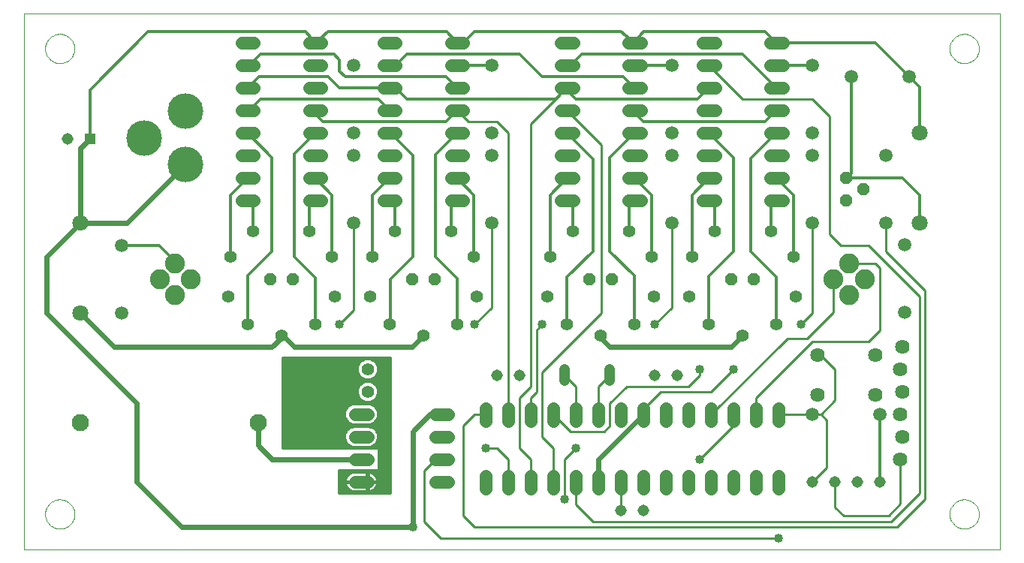
<source format=gtl>
G75*
G70*
%OFA0B0*%
%FSLAX24Y24*%
%IPPOS*%
%LPD*%
%AMOC8*
5,1,8,0,0,1.08239X$1,22.5*
%
%ADD10C,0.0000*%
%ADD11C,0.0555*%
%ADD12C,0.0560*%
%ADD13C,0.0712*%
%ADD14C,0.0480*%
%ADD15C,0.0516*%
%ADD16C,0.0640*%
%ADD17C,0.0594*%
%ADD18C,0.1580*%
%ADD19R,0.0516X0.0516*%
%ADD20OC8,0.0560*%
%ADD21C,0.0768*%
%ADD22C,0.0560*%
%ADD23C,0.0886*%
%ADD24C,0.0120*%
%ADD25C,0.0100*%
%ADD26C,0.0400*%
%ADD27C,0.0240*%
D10*
X000550Y000150D02*
X000550Y023969D01*
X043857Y023969D01*
X043857Y000150D01*
X000550Y000150D01*
X001475Y001725D02*
X001477Y001775D01*
X001483Y001825D01*
X001493Y001875D01*
X001506Y001923D01*
X001523Y001971D01*
X001544Y002017D01*
X001568Y002061D01*
X001596Y002103D01*
X001627Y002143D01*
X001661Y002180D01*
X001698Y002215D01*
X001737Y002246D01*
X001778Y002275D01*
X001822Y002300D01*
X001868Y002322D01*
X001915Y002340D01*
X001963Y002354D01*
X002012Y002365D01*
X002062Y002372D01*
X002112Y002375D01*
X002163Y002374D01*
X002213Y002369D01*
X002263Y002360D01*
X002311Y002348D01*
X002359Y002331D01*
X002405Y002311D01*
X002450Y002288D01*
X002493Y002261D01*
X002533Y002231D01*
X002571Y002198D01*
X002606Y002162D01*
X002639Y002123D01*
X002668Y002082D01*
X002694Y002039D01*
X002717Y001994D01*
X002736Y001947D01*
X002751Y001899D01*
X002763Y001850D01*
X002771Y001800D01*
X002775Y001750D01*
X002775Y001700D01*
X002771Y001650D01*
X002763Y001600D01*
X002751Y001551D01*
X002736Y001503D01*
X002717Y001456D01*
X002694Y001411D01*
X002668Y001368D01*
X002639Y001327D01*
X002606Y001288D01*
X002571Y001252D01*
X002533Y001219D01*
X002493Y001189D01*
X002450Y001162D01*
X002405Y001139D01*
X002359Y001119D01*
X002311Y001102D01*
X002263Y001090D01*
X002213Y001081D01*
X002163Y001076D01*
X002112Y001075D01*
X002062Y001078D01*
X002012Y001085D01*
X001963Y001096D01*
X001915Y001110D01*
X001868Y001128D01*
X001822Y001150D01*
X001778Y001175D01*
X001737Y001204D01*
X001698Y001235D01*
X001661Y001270D01*
X001627Y001307D01*
X001596Y001347D01*
X001568Y001389D01*
X001544Y001433D01*
X001523Y001479D01*
X001506Y001527D01*
X001493Y001575D01*
X001483Y001625D01*
X001477Y001675D01*
X001475Y001725D01*
X001475Y022394D02*
X001477Y022444D01*
X001483Y022494D01*
X001493Y022544D01*
X001506Y022592D01*
X001523Y022640D01*
X001544Y022686D01*
X001568Y022730D01*
X001596Y022772D01*
X001627Y022812D01*
X001661Y022849D01*
X001698Y022884D01*
X001737Y022915D01*
X001778Y022944D01*
X001822Y022969D01*
X001868Y022991D01*
X001915Y023009D01*
X001963Y023023D01*
X002012Y023034D01*
X002062Y023041D01*
X002112Y023044D01*
X002163Y023043D01*
X002213Y023038D01*
X002263Y023029D01*
X002311Y023017D01*
X002359Y023000D01*
X002405Y022980D01*
X002450Y022957D01*
X002493Y022930D01*
X002533Y022900D01*
X002571Y022867D01*
X002606Y022831D01*
X002639Y022792D01*
X002668Y022751D01*
X002694Y022708D01*
X002717Y022663D01*
X002736Y022616D01*
X002751Y022568D01*
X002763Y022519D01*
X002771Y022469D01*
X002775Y022419D01*
X002775Y022369D01*
X002771Y022319D01*
X002763Y022269D01*
X002751Y022220D01*
X002736Y022172D01*
X002717Y022125D01*
X002694Y022080D01*
X002668Y022037D01*
X002639Y021996D01*
X002606Y021957D01*
X002571Y021921D01*
X002533Y021888D01*
X002493Y021858D01*
X002450Y021831D01*
X002405Y021808D01*
X002359Y021788D01*
X002311Y021771D01*
X002263Y021759D01*
X002213Y021750D01*
X002163Y021745D01*
X002112Y021744D01*
X002062Y021747D01*
X002012Y021754D01*
X001963Y021765D01*
X001915Y021779D01*
X001868Y021797D01*
X001822Y021819D01*
X001778Y021844D01*
X001737Y021873D01*
X001698Y021904D01*
X001661Y021939D01*
X001627Y021976D01*
X001596Y022016D01*
X001568Y022058D01*
X001544Y022102D01*
X001523Y022148D01*
X001506Y022196D01*
X001493Y022244D01*
X001483Y022294D01*
X001477Y022344D01*
X001475Y022394D01*
X041632Y022394D02*
X041634Y022444D01*
X041640Y022494D01*
X041650Y022544D01*
X041663Y022592D01*
X041680Y022640D01*
X041701Y022686D01*
X041725Y022730D01*
X041753Y022772D01*
X041784Y022812D01*
X041818Y022849D01*
X041855Y022884D01*
X041894Y022915D01*
X041935Y022944D01*
X041979Y022969D01*
X042025Y022991D01*
X042072Y023009D01*
X042120Y023023D01*
X042169Y023034D01*
X042219Y023041D01*
X042269Y023044D01*
X042320Y023043D01*
X042370Y023038D01*
X042420Y023029D01*
X042468Y023017D01*
X042516Y023000D01*
X042562Y022980D01*
X042607Y022957D01*
X042650Y022930D01*
X042690Y022900D01*
X042728Y022867D01*
X042763Y022831D01*
X042796Y022792D01*
X042825Y022751D01*
X042851Y022708D01*
X042874Y022663D01*
X042893Y022616D01*
X042908Y022568D01*
X042920Y022519D01*
X042928Y022469D01*
X042932Y022419D01*
X042932Y022369D01*
X042928Y022319D01*
X042920Y022269D01*
X042908Y022220D01*
X042893Y022172D01*
X042874Y022125D01*
X042851Y022080D01*
X042825Y022037D01*
X042796Y021996D01*
X042763Y021957D01*
X042728Y021921D01*
X042690Y021888D01*
X042650Y021858D01*
X042607Y021831D01*
X042562Y021808D01*
X042516Y021788D01*
X042468Y021771D01*
X042420Y021759D01*
X042370Y021750D01*
X042320Y021745D01*
X042269Y021744D01*
X042219Y021747D01*
X042169Y021754D01*
X042120Y021765D01*
X042072Y021779D01*
X042025Y021797D01*
X041979Y021819D01*
X041935Y021844D01*
X041894Y021873D01*
X041855Y021904D01*
X041818Y021939D01*
X041784Y021976D01*
X041753Y022016D01*
X041725Y022058D01*
X041701Y022102D01*
X041680Y022148D01*
X041663Y022196D01*
X041650Y022244D01*
X041640Y022294D01*
X041634Y022344D01*
X041632Y022394D01*
X041632Y001725D02*
X041634Y001775D01*
X041640Y001825D01*
X041650Y001875D01*
X041663Y001923D01*
X041680Y001971D01*
X041701Y002017D01*
X041725Y002061D01*
X041753Y002103D01*
X041784Y002143D01*
X041818Y002180D01*
X041855Y002215D01*
X041894Y002246D01*
X041935Y002275D01*
X041979Y002300D01*
X042025Y002322D01*
X042072Y002340D01*
X042120Y002354D01*
X042169Y002365D01*
X042219Y002372D01*
X042269Y002375D01*
X042320Y002374D01*
X042370Y002369D01*
X042420Y002360D01*
X042468Y002348D01*
X042516Y002331D01*
X042562Y002311D01*
X042607Y002288D01*
X042650Y002261D01*
X042690Y002231D01*
X042728Y002198D01*
X042763Y002162D01*
X042796Y002123D01*
X042825Y002082D01*
X042851Y002039D01*
X042874Y001994D01*
X042893Y001947D01*
X042908Y001899D01*
X042920Y001850D01*
X042928Y001800D01*
X042932Y001750D01*
X042932Y001700D01*
X042928Y001650D01*
X042920Y001600D01*
X042908Y001551D01*
X042893Y001503D01*
X042874Y001456D01*
X042851Y001411D01*
X042825Y001368D01*
X042796Y001327D01*
X042763Y001288D01*
X042728Y001252D01*
X042690Y001219D01*
X042650Y001189D01*
X042607Y001162D01*
X042562Y001139D01*
X042516Y001119D01*
X042468Y001102D01*
X042420Y001090D01*
X042370Y001081D01*
X042320Y001076D01*
X042269Y001075D01*
X042219Y001078D01*
X042169Y001085D01*
X042120Y001096D01*
X042072Y001110D01*
X042025Y001128D01*
X041979Y001150D01*
X041935Y001175D01*
X041894Y001204D01*
X041855Y001235D01*
X041818Y001270D01*
X041784Y001307D01*
X041753Y001347D01*
X041725Y001389D01*
X041701Y001433D01*
X041680Y001479D01*
X041663Y001527D01*
X041650Y001575D01*
X041640Y001625D01*
X041634Y001675D01*
X041632Y001725D01*
D11*
X032440Y009650D03*
X030940Y010150D03*
X030065Y011400D03*
X028516Y011400D03*
X027641Y010150D03*
X026141Y009650D03*
X024641Y010150D03*
X023766Y011400D03*
X023891Y013150D03*
X024891Y014275D03*
X027391Y014275D03*
X028391Y013150D03*
X030190Y013150D03*
X031190Y014275D03*
X033690Y014275D03*
X034690Y013150D03*
X034815Y011400D03*
X033940Y010150D03*
X020642Y011400D03*
X019767Y010150D03*
X018267Y009650D03*
X016767Y010150D03*
X015892Y011400D03*
X014342Y011400D03*
X013467Y010150D03*
X011967Y009650D03*
X010467Y010150D03*
X009592Y011400D03*
X009717Y013150D03*
X010717Y014275D03*
X013217Y014275D03*
X014217Y013150D03*
X016017Y013150D03*
X017017Y014275D03*
X019517Y014275D03*
X020517Y013150D03*
D12*
X020047Y015650D02*
X019487Y015650D01*
X019487Y016650D02*
X020047Y016650D01*
X020047Y017650D02*
X019487Y017650D01*
X019487Y018650D02*
X020047Y018650D01*
X020047Y019650D02*
X019487Y019650D01*
X019487Y020650D02*
X020047Y020650D01*
X020047Y021650D02*
X019487Y021650D01*
X019487Y022650D02*
X020047Y022650D01*
X017047Y022650D02*
X016487Y022650D01*
X016487Y021650D02*
X017047Y021650D01*
X017047Y020650D02*
X016487Y020650D01*
X016487Y019650D02*
X017047Y019650D01*
X017047Y018650D02*
X016487Y018650D01*
X016487Y017650D02*
X017047Y017650D01*
X017047Y016650D02*
X016487Y016650D01*
X016487Y015650D02*
X017047Y015650D01*
X013747Y015650D02*
X013187Y015650D01*
X013187Y016650D02*
X013747Y016650D01*
X013747Y017650D02*
X013187Y017650D01*
X013187Y018650D02*
X013747Y018650D01*
X013747Y019650D02*
X013187Y019650D01*
X013187Y020650D02*
X013747Y020650D01*
X013747Y021650D02*
X013187Y021650D01*
X013187Y022650D02*
X013747Y022650D01*
X010747Y022650D02*
X010187Y022650D01*
X010187Y021650D02*
X010747Y021650D01*
X010747Y020650D02*
X010187Y020650D01*
X010187Y019650D02*
X010747Y019650D01*
X010747Y018650D02*
X010187Y018650D01*
X010187Y017650D02*
X010747Y017650D01*
X010747Y016650D02*
X010187Y016650D01*
X010187Y015650D02*
X010747Y015650D01*
X024361Y015650D02*
X024921Y015650D01*
X024921Y016650D02*
X024361Y016650D01*
X024361Y017650D02*
X024921Y017650D01*
X024921Y018650D02*
X024361Y018650D01*
X024361Y019650D02*
X024921Y019650D01*
X024921Y020650D02*
X024361Y020650D01*
X024361Y021650D02*
X024921Y021650D01*
X024921Y022650D02*
X024361Y022650D01*
X027361Y022650D02*
X027921Y022650D01*
X027921Y021650D02*
X027361Y021650D01*
X027361Y020650D02*
X027921Y020650D01*
X027921Y019650D02*
X027361Y019650D01*
X027361Y018650D02*
X027921Y018650D01*
X027921Y017650D02*
X027361Y017650D01*
X027361Y016650D02*
X027921Y016650D01*
X027921Y015650D02*
X027361Y015650D01*
X030660Y015650D02*
X031220Y015650D01*
X031220Y016650D02*
X030660Y016650D01*
X030660Y017650D02*
X031220Y017650D01*
X031220Y018650D02*
X030660Y018650D01*
X030660Y019650D02*
X031220Y019650D01*
X031220Y020650D02*
X030660Y020650D01*
X030660Y021650D02*
X031220Y021650D01*
X031220Y022650D02*
X030660Y022650D01*
X033660Y022650D02*
X034220Y022650D01*
X034220Y021650D02*
X033660Y021650D01*
X033660Y020650D02*
X034220Y020650D01*
X034220Y019650D02*
X033660Y019650D01*
X033660Y018650D02*
X034220Y018650D01*
X034220Y017650D02*
X033660Y017650D01*
X033660Y016650D02*
X034220Y016650D01*
X034220Y015650D02*
X033660Y015650D01*
X034050Y006430D02*
X034050Y005870D01*
X033050Y005870D02*
X033050Y006430D01*
X032050Y006430D02*
X032050Y005870D01*
X031050Y005870D02*
X031050Y006430D01*
X030050Y006430D02*
X030050Y005870D01*
X029050Y005870D02*
X029050Y006430D01*
X028050Y006430D02*
X028050Y005870D01*
X027050Y005870D02*
X027050Y006430D01*
X026050Y006430D02*
X026050Y005870D01*
X025050Y005870D02*
X025050Y006430D01*
X024050Y006430D02*
X024050Y005870D01*
X023050Y005870D02*
X023050Y006430D01*
X022050Y006430D02*
X022050Y005870D01*
X021050Y005870D02*
X021050Y006430D01*
X019360Y006150D02*
X018800Y006150D01*
X018800Y005150D02*
X019360Y005150D01*
X019360Y004150D02*
X018800Y004150D01*
X018800Y003150D02*
X019360Y003150D01*
X021050Y003430D02*
X021050Y002870D01*
X022050Y002870D02*
X022050Y003430D01*
X023050Y003430D02*
X023050Y002870D01*
X024050Y002870D02*
X024050Y003430D01*
X025050Y003430D02*
X025050Y002870D01*
X026050Y002870D02*
X026050Y003430D01*
X027050Y003430D02*
X027050Y002870D01*
X028050Y002870D02*
X028050Y003430D01*
X029050Y003430D02*
X029050Y002870D01*
X030050Y002870D02*
X030050Y003430D01*
X031050Y003430D02*
X031050Y002870D01*
X032050Y002870D02*
X032050Y003430D01*
X033050Y003430D02*
X033050Y002870D01*
X034050Y002870D02*
X034050Y003430D01*
X015800Y003150D02*
X015240Y003150D01*
X015240Y004150D02*
X015800Y004150D01*
X015800Y005150D02*
X015240Y005150D01*
X015240Y006150D02*
X015800Y006150D01*
D13*
X003050Y010650D03*
X003050Y014650D03*
X040300Y014650D03*
X040300Y018650D03*
D14*
X026550Y008140D02*
X026550Y007660D01*
X024550Y007660D02*
X024550Y008140D01*
D15*
X022550Y007900D03*
X021550Y007900D03*
X028550Y007900D03*
X029550Y007900D03*
X035550Y003150D03*
X036550Y003150D03*
X037550Y003150D03*
X038550Y003150D03*
X028050Y001900D03*
X027050Y001900D03*
X002454Y018400D03*
D16*
X035770Y008790D03*
X038330Y008790D03*
X039550Y009150D03*
X039450Y008150D03*
X039550Y007150D03*
X038330Y007010D03*
X039450Y006150D03*
X039550Y005150D03*
X039450Y004150D03*
X035770Y007010D03*
D17*
X035550Y006150D03*
X038550Y006150D03*
X039633Y010693D03*
X039633Y013693D03*
X038800Y014650D03*
X035550Y014650D03*
X035550Y017650D03*
X035550Y018650D03*
X038800Y017650D03*
X039830Y021150D03*
X037270Y021150D03*
X035550Y021650D03*
X029300Y021650D03*
X029300Y018650D03*
X029300Y017650D03*
X029300Y014650D03*
X021300Y014650D03*
X021300Y017650D03*
X021300Y018650D03*
X021300Y021650D03*
X015175Y021650D03*
X015175Y018650D03*
X015175Y017650D03*
X015175Y014650D03*
X004881Y013650D03*
X004881Y010650D03*
D18*
X007704Y017256D03*
X005853Y018437D03*
X007704Y019619D03*
D19*
X003454Y018400D03*
D20*
X011467Y012150D03*
X012467Y012150D03*
X017767Y012150D03*
X018767Y012150D03*
X025641Y012150D03*
X026641Y012150D03*
X031940Y012150D03*
X032940Y012150D03*
X037050Y015650D03*
X037800Y016150D03*
X037050Y016650D03*
D21*
X010924Y005794D03*
X003050Y005794D03*
D22*
X015800Y007150D03*
X015800Y008150D03*
D23*
X007933Y012150D03*
X007243Y011440D03*
X006553Y012150D03*
X007243Y012860D03*
X036474Y012150D03*
X037164Y011440D03*
X037854Y012150D03*
X037164Y012860D03*
D24*
X034690Y013150D02*
X034690Y015900D01*
X033940Y016650D01*
X032800Y017510D02*
X033940Y018650D01*
X033440Y019150D02*
X033940Y019650D01*
X033440Y019150D02*
X028050Y019150D01*
X027641Y019559D01*
X027641Y019650D01*
X027641Y018650D02*
X026550Y017559D01*
X026550Y013400D01*
X027641Y012309D01*
X027641Y010150D01*
X024641Y010150D02*
X024641Y012241D01*
X025800Y013400D01*
X025800Y017491D01*
X024641Y018650D01*
X025050Y020150D02*
X030440Y020150D01*
X030940Y020650D01*
X029300Y021650D02*
X027641Y021650D01*
X027141Y021150D02*
X027641Y020650D01*
X027141Y021150D02*
X023550Y021150D01*
X022550Y022150D01*
X017550Y022150D01*
X017050Y021650D01*
X016767Y021650D01*
X016767Y020650D02*
X014550Y020650D01*
X014050Y021150D01*
X010967Y021150D01*
X010467Y020650D01*
X011050Y020150D02*
X016267Y020150D01*
X016767Y019650D01*
X017550Y020150D02*
X024141Y020150D01*
X024345Y020355D01*
X024641Y020650D01*
X024641Y020559D01*
X025050Y020150D01*
X024800Y021650D02*
X024641Y021650D01*
X024800Y021650D02*
X025300Y022150D01*
X032440Y022150D01*
X033940Y020650D01*
X033940Y021650D02*
X035550Y021650D01*
X037270Y021150D02*
X037270Y016870D01*
X037050Y016650D01*
X039550Y016650D01*
X040300Y015900D01*
X040300Y014650D01*
X033940Y015650D02*
X033690Y015400D01*
X033690Y014275D01*
X032800Y013400D02*
X032800Y017510D01*
X032050Y017540D02*
X030940Y018650D01*
X032050Y017540D02*
X032050Y013400D01*
X030940Y012290D01*
X030940Y010150D01*
X033940Y010150D02*
X033940Y012260D01*
X032800Y013400D01*
X031190Y014275D02*
X031190Y015400D01*
X030940Y015650D01*
X030190Y015900D02*
X030940Y016650D01*
X030190Y015900D02*
X030190Y013150D01*
X028391Y013150D02*
X028391Y015900D01*
X027641Y016650D01*
X027641Y015650D02*
X027391Y015400D01*
X027391Y014275D01*
X024891Y014275D02*
X024891Y015400D01*
X024641Y015650D01*
X023891Y015900D02*
X024641Y016650D01*
X023891Y015900D02*
X023891Y013150D01*
X020517Y013150D02*
X020517Y015900D01*
X019767Y016650D01*
X018800Y017683D02*
X019767Y018650D01*
X019267Y019150D02*
X019767Y019650D01*
X019267Y019150D02*
X013800Y019150D01*
X013467Y019483D01*
X013467Y019650D01*
X013467Y018650D02*
X012550Y017733D01*
X012550Y013150D01*
X013467Y012233D01*
X013467Y010150D01*
X012050Y008650D02*
X016800Y008650D01*
X016800Y002650D01*
X014550Y002650D01*
X014550Y003650D01*
X016300Y003650D01*
X016300Y004650D01*
X012050Y004650D01*
X012050Y008650D01*
X012050Y008564D02*
X015596Y008564D01*
X015539Y008540D02*
X015410Y008411D01*
X015340Y008241D01*
X015340Y008058D01*
X015410Y007889D01*
X015539Y007760D01*
X015708Y007690D01*
X015891Y007690D01*
X016061Y007760D01*
X016190Y007889D01*
X016260Y008058D01*
X016260Y008241D01*
X016190Y008411D01*
X016061Y008540D01*
X015891Y008610D01*
X015708Y008610D01*
X015539Y008540D01*
X015444Y008445D02*
X012050Y008445D01*
X012050Y008327D02*
X015375Y008327D01*
X015340Y008208D02*
X012050Y008208D01*
X012050Y008090D02*
X015340Y008090D01*
X015376Y007971D02*
X012050Y007971D01*
X012050Y007853D02*
X015447Y007853D01*
X015602Y007734D02*
X012050Y007734D01*
X012050Y007616D02*
X016800Y007616D01*
X016800Y007734D02*
X015998Y007734D01*
X015891Y007610D02*
X015708Y007610D01*
X015539Y007540D01*
X015410Y007411D01*
X015340Y007241D01*
X015340Y007058D01*
X015410Y006889D01*
X015539Y006760D01*
X015708Y006690D01*
X015891Y006690D01*
X016061Y006760D01*
X016190Y006889D01*
X016260Y007058D01*
X016260Y007241D01*
X016190Y007411D01*
X016061Y007540D01*
X015891Y007610D01*
X016104Y007497D02*
X016800Y007497D01*
X016800Y007379D02*
X016203Y007379D01*
X016252Y007260D02*
X016800Y007260D01*
X016800Y007142D02*
X016260Y007142D01*
X016245Y007023D02*
X016800Y007023D01*
X016800Y006905D02*
X016196Y006905D01*
X016087Y006786D02*
X016800Y006786D01*
X016800Y006668D02*
X012050Y006668D01*
X012050Y006786D02*
X015513Y006786D01*
X015404Y006905D02*
X012050Y006905D01*
X012050Y007023D02*
X015355Y007023D01*
X015340Y007142D02*
X012050Y007142D01*
X012050Y007260D02*
X015348Y007260D01*
X015397Y007379D02*
X012050Y007379D01*
X012050Y007497D02*
X015496Y007497D01*
X016153Y007853D02*
X016800Y007853D01*
X016800Y007971D02*
X016224Y007971D01*
X016260Y008090D02*
X016800Y008090D01*
X016800Y008208D02*
X016260Y008208D01*
X016225Y008327D02*
X016800Y008327D01*
X016800Y008445D02*
X016156Y008445D01*
X016004Y008564D02*
X016800Y008564D01*
X016767Y010150D02*
X016800Y010183D01*
X016800Y012150D01*
X017800Y013150D01*
X017800Y017650D01*
X016800Y018650D01*
X016767Y018650D01*
X018800Y017683D02*
X018800Y013150D01*
X019767Y012183D01*
X019767Y010150D01*
X016017Y013150D02*
X016017Y015900D01*
X016767Y016650D01*
X016767Y015650D02*
X017017Y015400D01*
X017017Y014275D01*
X019517Y014275D02*
X019517Y015400D01*
X019767Y015650D01*
X014217Y015900D02*
X014217Y013150D01*
X013217Y014275D02*
X013217Y015400D01*
X013467Y015650D01*
X014217Y015900D02*
X013467Y016650D01*
X011550Y017567D02*
X010467Y018650D01*
X010467Y019650D02*
X010550Y019650D01*
X011050Y020150D01*
X010550Y021650D02*
X011050Y022150D01*
X014300Y022150D01*
X014550Y021900D01*
X014550Y021400D01*
X014800Y021150D01*
X019267Y021150D01*
X019767Y020650D01*
X019767Y021650D02*
X021300Y021650D01*
X020050Y022650D02*
X019767Y022650D01*
X019300Y023150D01*
X014050Y023150D01*
X013467Y022650D01*
X013050Y023150D01*
X006050Y023150D01*
X003454Y020554D01*
X003454Y018400D01*
X009717Y015900D02*
X010467Y016650D01*
X011550Y017567D02*
X011550Y013400D01*
X010467Y012317D01*
X010467Y010150D01*
X007243Y012860D02*
X007243Y012957D01*
X006550Y013650D01*
X004881Y013650D01*
X009717Y013150D02*
X009717Y015900D01*
X010467Y015650D02*
X010717Y015400D01*
X010717Y014275D01*
X017050Y020650D02*
X017550Y020150D01*
X017050Y020650D02*
X016767Y020650D01*
X020050Y022650D02*
X020550Y023150D01*
X027050Y023150D01*
X027641Y022650D01*
X028050Y023150D01*
X033425Y023150D01*
X033940Y022650D01*
X038330Y022650D01*
X039830Y021150D01*
X040300Y020680D01*
X040300Y018650D01*
X038550Y006150D02*
X038550Y003150D01*
X016800Y003113D02*
X016240Y003113D01*
X016240Y003115D02*
X016240Y003130D01*
X015820Y003130D01*
X015820Y003170D01*
X015780Y003170D01*
X015780Y003590D01*
X015205Y003590D01*
X015137Y003579D01*
X015071Y003558D01*
X015009Y003526D01*
X014953Y003486D01*
X014904Y003437D01*
X014864Y003381D01*
X014832Y003319D01*
X014811Y003253D01*
X014800Y003185D01*
X014800Y003170D01*
X015780Y003170D01*
X015780Y003130D01*
X015820Y003130D01*
X015820Y002710D01*
X015835Y002710D01*
X015903Y002721D01*
X015969Y002742D01*
X016031Y002774D01*
X016087Y002814D01*
X016136Y002863D01*
X016176Y002919D01*
X016208Y002981D01*
X016229Y003047D01*
X016240Y003115D01*
X016240Y003170D02*
X015820Y003170D01*
X015820Y003590D01*
X015835Y003590D01*
X015903Y003579D01*
X015969Y003558D01*
X016031Y003526D01*
X016087Y003486D01*
X016136Y003437D01*
X016176Y003381D01*
X016208Y003319D01*
X016229Y003253D01*
X016240Y003185D01*
X016240Y003170D01*
X016233Y003231D02*
X016800Y003231D01*
X016800Y003350D02*
X016192Y003350D01*
X016104Y003468D02*
X016800Y003468D01*
X016800Y003587D02*
X015857Y003587D01*
X015820Y003587D02*
X015780Y003587D01*
X015780Y003468D02*
X015820Y003468D01*
X015820Y003350D02*
X015780Y003350D01*
X015780Y003231D02*
X015820Y003231D01*
X015780Y003130D02*
X014800Y003130D01*
X014800Y003115D01*
X014811Y003047D01*
X014832Y002981D01*
X014864Y002919D01*
X014904Y002863D01*
X014953Y002814D01*
X015009Y002774D01*
X015071Y002742D01*
X015137Y002721D01*
X015205Y002710D01*
X015780Y002710D01*
X015780Y003130D01*
X015780Y003113D02*
X015820Y003113D01*
X015820Y002994D02*
X015780Y002994D01*
X015780Y002876D02*
X015820Y002876D01*
X015820Y002757D02*
X015780Y002757D01*
X015998Y002757D02*
X016800Y002757D01*
X016800Y002876D02*
X016144Y002876D01*
X016212Y002994D02*
X016800Y002994D01*
X016800Y003705D02*
X016300Y003705D01*
X016300Y003824D02*
X016800Y003824D01*
X016800Y003942D02*
X016300Y003942D01*
X016300Y004061D02*
X016800Y004061D01*
X016800Y004179D02*
X016300Y004179D01*
X016300Y004298D02*
X016800Y004298D01*
X016800Y004416D02*
X016300Y004416D01*
X016300Y004535D02*
X016800Y004535D01*
X016800Y004653D02*
X012050Y004653D01*
X012050Y004772D02*
X014968Y004772D01*
X014979Y004760D02*
X015148Y004690D01*
X015891Y004690D01*
X016061Y004760D01*
X016190Y004889D01*
X016260Y005058D01*
X016260Y005241D01*
X016190Y005411D01*
X016061Y005540D01*
X015891Y005610D01*
X015148Y005610D01*
X014979Y005540D01*
X014850Y005411D01*
X014780Y005241D01*
X014780Y005058D01*
X014850Y004889D01*
X014979Y004760D01*
X014850Y004890D02*
X012050Y004890D01*
X012050Y005009D02*
X014801Y005009D01*
X014780Y005127D02*
X012050Y005127D01*
X012050Y005246D02*
X014782Y005246D01*
X014831Y005364D02*
X012050Y005364D01*
X012050Y005483D02*
X014922Y005483D01*
X015127Y005601D02*
X012050Y005601D01*
X012050Y005720D02*
X015077Y005720D01*
X015148Y005690D02*
X014979Y005760D01*
X014850Y005889D01*
X014780Y006058D01*
X014780Y006241D01*
X014850Y006411D01*
X014979Y006540D01*
X015148Y006610D01*
X015891Y006610D01*
X016061Y006540D01*
X016190Y006411D01*
X016260Y006241D01*
X016260Y006058D01*
X016190Y005889D01*
X016061Y005760D01*
X015891Y005690D01*
X015148Y005690D01*
X014901Y005838D02*
X012050Y005838D01*
X012050Y005957D02*
X014822Y005957D01*
X014780Y006075D02*
X012050Y006075D01*
X012050Y006194D02*
X014780Y006194D01*
X014809Y006312D02*
X012050Y006312D01*
X012050Y006431D02*
X014870Y006431D01*
X015001Y006549D02*
X012050Y006549D01*
X015913Y005601D02*
X016800Y005601D01*
X016800Y005483D02*
X016118Y005483D01*
X016209Y005364D02*
X016800Y005364D01*
X016800Y005246D02*
X016258Y005246D01*
X016260Y005127D02*
X016800Y005127D01*
X016800Y005009D02*
X016239Y005009D01*
X016190Y004890D02*
X016800Y004890D01*
X016800Y004772D02*
X016072Y004772D01*
X015963Y005720D02*
X016800Y005720D01*
X016800Y005838D02*
X016139Y005838D01*
X016218Y005957D02*
X016800Y005957D01*
X016800Y006075D02*
X016260Y006075D01*
X016260Y006194D02*
X016800Y006194D01*
X016800Y006312D02*
X016231Y006312D01*
X016170Y006431D02*
X016800Y006431D01*
X016800Y006549D02*
X016039Y006549D01*
X015183Y003587D02*
X014550Y003587D01*
X014550Y003468D02*
X014936Y003468D01*
X014848Y003350D02*
X014550Y003350D01*
X014550Y003231D02*
X014807Y003231D01*
X014800Y003113D02*
X014550Y003113D01*
X014550Y002994D02*
X014828Y002994D01*
X014896Y002876D02*
X014550Y002876D01*
X014550Y002757D02*
X015042Y002757D01*
X010550Y021650D02*
X010467Y021650D01*
D25*
X019767Y019650D02*
X020267Y019150D01*
X021550Y019150D01*
X022050Y018650D01*
X022050Y006150D01*
X023050Y006150D02*
X023050Y006900D01*
X023300Y007150D01*
X023300Y009900D01*
X023550Y010150D01*
X021300Y010900D02*
X020550Y010150D01*
X021300Y010900D02*
X021300Y014650D01*
X015175Y014650D02*
X015175Y010775D01*
X014550Y010150D01*
X020050Y005650D02*
X020550Y006150D01*
X021050Y006150D01*
X020050Y005650D02*
X020050Y001650D01*
X020550Y001150D01*
X039300Y001150D01*
X040550Y002400D01*
X040550Y011650D01*
X038800Y013400D01*
X038800Y014650D01*
X038050Y013650D02*
X036800Y013650D01*
X036300Y014150D01*
X036300Y019400D01*
X035550Y020150D01*
X032440Y020150D01*
X030940Y021650D01*
X026175Y018116D02*
X024641Y019650D01*
X024345Y020355D02*
X023050Y019059D01*
X023050Y007400D01*
X022925Y007275D01*
X022550Y006900D01*
X022550Y004650D01*
X023050Y004150D01*
X023050Y003150D01*
X022050Y003150D02*
X022050Y004150D01*
X021550Y004650D01*
X021050Y004650D01*
X018800Y004150D02*
X018300Y003650D01*
X018300Y001400D01*
X019050Y000650D01*
X034050Y000650D01*
X036550Y002025D02*
X036550Y003150D01*
X036175Y003775D02*
X036175Y005900D01*
X035925Y006150D01*
X035550Y006150D01*
X034050Y006150D01*
X033050Y006150D02*
X033050Y006900D01*
X035550Y009400D01*
X038050Y009400D01*
X038550Y009900D01*
X038550Y012650D01*
X038340Y012860D01*
X037164Y012860D01*
X036474Y012150D02*
X036474Y010699D01*
X035300Y009525D01*
X034425Y009525D01*
X031050Y006150D01*
X032050Y006150D02*
X032050Y005650D01*
X030550Y004150D01*
X028050Y006150D02*
X028050Y006400D01*
X028800Y007150D01*
X031050Y007150D01*
X032050Y008150D01*
X030550Y008150D02*
X030550Y007900D01*
X030050Y007400D01*
X027300Y007400D01*
X026550Y006650D01*
X026550Y005650D01*
X026300Y005400D01*
X024800Y005400D01*
X024050Y006150D01*
X025050Y006150D02*
X025050Y007400D01*
X024550Y007900D01*
X023550Y008025D02*
X026175Y010650D01*
X026175Y018116D01*
X029300Y014650D02*
X029300Y010900D01*
X028550Y010150D01*
X026550Y007900D02*
X026050Y007400D01*
X026050Y006150D01*
X025050Y004650D02*
X024550Y004150D01*
X024550Y002400D01*
X025050Y002150D02*
X025800Y001400D01*
X039050Y001400D01*
X040300Y002650D01*
X040300Y011400D01*
X038050Y013650D01*
X035550Y014650D02*
X035550Y010650D01*
X035050Y010150D01*
X035770Y008790D02*
X035910Y008790D01*
X036550Y008150D01*
X036550Y006775D01*
X035925Y006150D01*
X039450Y004150D02*
X039450Y002175D01*
X038925Y001650D01*
X036925Y001650D01*
X036550Y002025D01*
X035550Y003150D02*
X036175Y003775D01*
X027050Y003150D02*
X027050Y001900D01*
X025050Y002150D02*
X025050Y003150D01*
X024050Y003150D02*
X024050Y004650D01*
X023550Y005150D01*
X023550Y008025D01*
D26*
X023550Y010150D03*
X020550Y010150D03*
X014550Y010150D03*
X021050Y004650D03*
X025050Y004650D03*
X024550Y002400D03*
X030550Y004150D03*
X034050Y000650D03*
X032050Y008150D03*
X030550Y008150D03*
X028550Y010150D03*
X035050Y010150D03*
X017800Y001150D03*
D27*
X007550Y001150D01*
X005550Y003150D01*
X005550Y006650D01*
X001550Y010650D01*
X001550Y013150D01*
X003050Y014650D01*
X003050Y017996D01*
X003454Y018400D01*
X005097Y014650D02*
X007704Y017256D01*
X007656Y017256D01*
X005097Y014650D02*
X003050Y014650D01*
X003050Y010650D02*
X004550Y009150D01*
X011550Y009150D01*
X011967Y009567D01*
X011967Y009650D01*
X012050Y009650D01*
X012550Y009150D01*
X017767Y009150D01*
X018267Y009650D01*
X018550Y006150D02*
X017800Y005400D01*
X017800Y001150D01*
X015800Y004150D02*
X011550Y004150D01*
X010924Y004776D01*
X010924Y005794D01*
X018550Y006150D02*
X018800Y006150D01*
X026050Y004150D02*
X026050Y003150D01*
X026050Y004150D02*
X028050Y006150D01*
X026550Y009150D02*
X031940Y009150D01*
X032440Y009650D01*
X026550Y009150D02*
X026141Y009559D01*
X026141Y009650D01*
M02*

</source>
